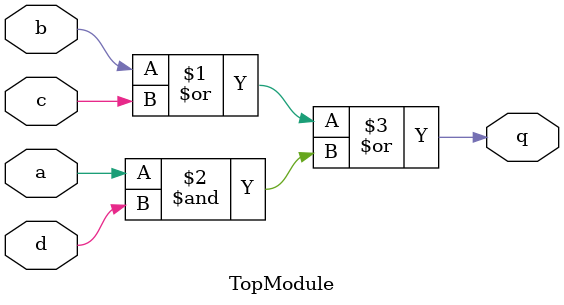
<source format=sv>
module TopModule (
    input logic a, // 1-bit unsigned
    input logic b, // 1-bit unsigned
    input logic c, // 1-bit unsigned
    input logic d, // 1-bit unsigned
    output logic q  // 1-bit unsigned
);

    assign q = b | c | (a & d);

endmodule
</source>
